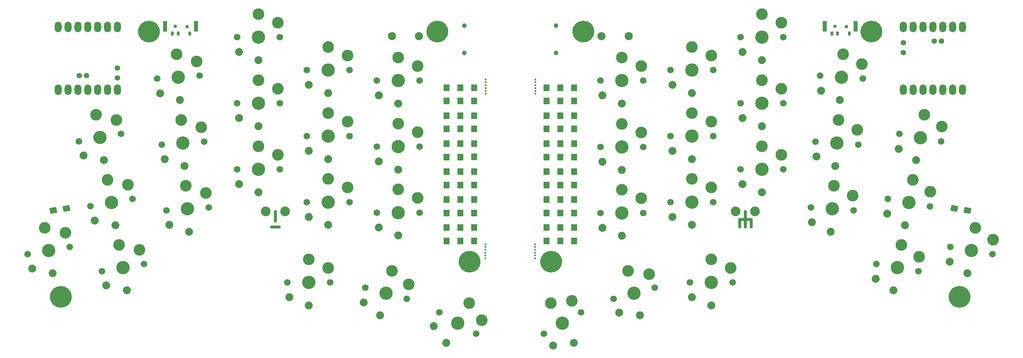
<source format=gts>
G04 #@! TF.GenerationSoftware,KiCad,Pcbnew,(6.0.10)*
G04 #@! TF.CreationDate,2023-03-21T20:34:56-04:00*
G04 #@! TF.ProjectId,totem_0_3,746f7465-6d5f-4305-9f33-2e6b69636164,0.3*
G04 #@! TF.SameCoordinates,Original*
G04 #@! TF.FileFunction,Soldermask,Top*
G04 #@! TF.FilePolarity,Negative*
%FSLAX46Y46*%
G04 Gerber Fmt 4.6, Leading zero omitted, Abs format (unit mm)*
G04 Created by KiCad (PCBNEW (6.0.10)) date 2023-03-21 20:34:56*
%MOMM*%
%LPD*%
G01*
G04 APERTURE LIST*
G04 Aperture macros list*
%AMRotRect*
0 Rectangle, with rotation*
0 The origin of the aperture is its center*
0 $1 length*
0 $2 width*
0 $3 Rotation angle, in degrees counterclockwise*
0 Add horizontal line*
21,1,$1,$2,0,0,$3*%
G04 Aperture macros list end*
%ADD10C,0.750000*%
%ADD11O,1.800000X2.750000*%
%ADD12C,1.397000*%
%ADD13C,1.701800*%
%ADD14C,3.000000*%
%ADD15C,3.429000*%
%ADD16C,2.032000*%
%ADD17R,1.500000X1.800000*%
%ADD18C,0.500000*%
%ADD19C,5.600000*%
%ADD20C,1.200000*%
%ADD21C,2.500000*%
%ADD22C,0.900000*%
%ADD23R,0.700000X1.000000*%
%ADD24R,1.000000X2.800000*%
%ADD25C,2.100000*%
%ADD26RotRect,1.800000X1.500000X170.000000*%
%ADD27RotRect,1.800000X1.500000X10.000000*%
G04 APERTURE END LIST*
D10*
X89500000Y-99000000D02*
X89500000Y-101500000D01*
X88500000Y-103000000D02*
X90500000Y-103000000D01*
X210500000Y-99000000D02*
X210500000Y-103000000D01*
X212000000Y-101000000D02*
X212000000Y-103000000D01*
X209000000Y-101000000D02*
X209000000Y-103000000D01*
X209000000Y-101000000D02*
X212000000Y-101000000D01*
D11*
X33580000Y-67695000D03*
X36120000Y-67695000D03*
X38660000Y-67695000D03*
X41200000Y-67695000D03*
X43740000Y-67695000D03*
X46280000Y-67695000D03*
X48820000Y-67695000D03*
X48820000Y-51505000D03*
X46280000Y-51505000D03*
X43740000Y-51505000D03*
X41200000Y-51505000D03*
X38660000Y-51505000D03*
X36120000Y-51505000D03*
X33580000Y-51505000D03*
D12*
X48800000Y-64600000D03*
X48800000Y-62060000D03*
X40883000Y-64045000D03*
X38978000Y-64045000D03*
X261022000Y-55155000D03*
X259117000Y-55155000D03*
X251160000Y-58140000D03*
X251160000Y-55600000D03*
D11*
X266420000Y-67695000D03*
X263880000Y-67695000D03*
X261340000Y-67695000D03*
X258800000Y-67695000D03*
X256260000Y-67695000D03*
X253720000Y-67695000D03*
X251180000Y-67695000D03*
X251180000Y-51505000D03*
X253720000Y-51505000D03*
X256260000Y-51505000D03*
X258800000Y-51505000D03*
X261340000Y-51505000D03*
X263880000Y-51505000D03*
X266420000Y-51505000D03*
D13*
X44838180Y-114436364D03*
D14*
X49221416Y-107621693D03*
X54527481Y-108920029D03*
D13*
X55671066Y-112526234D03*
D15*
X50254623Y-113481299D03*
D16*
X51279147Y-119291665D03*
X45990447Y-118091809D03*
D17*
X162872435Y-67194348D03*
X162872435Y-70594348D03*
X137127565Y-74393348D03*
X137127565Y-77793348D03*
D15*
X98103165Y-117314348D03*
D14*
X98103165Y-111364348D03*
X103103165Y-113564348D03*
D13*
X103603165Y-117314348D03*
X92603165Y-117314348D03*
D16*
X98103165Y-123214348D03*
X93103165Y-121114348D03*
D13*
X115629205Y-99324989D03*
D14*
X121129205Y-93374989D03*
X126129205Y-95574989D03*
D15*
X121129205Y-99324989D03*
D13*
X126629205Y-99324989D03*
D16*
X121129205Y-105224989D03*
X116129205Y-103124989D03*
D13*
X59044212Y-64830392D03*
D14*
X64115763Y-58511225D03*
D13*
X70017416Y-64063070D03*
D15*
X64530814Y-64446731D03*
D14*
X69257047Y-60357083D03*
D16*
X64942377Y-70332359D03*
X59808068Y-68586257D03*
D18*
X156392565Y-110394348D03*
X156392565Y-109654348D03*
X156392565Y-111134348D03*
X156392565Y-108174348D03*
X156392565Y-108914348D03*
X156392565Y-107434348D03*
D14*
X90129229Y-67418188D03*
X85129229Y-65218188D03*
D13*
X90629229Y-71168188D03*
D15*
X85129229Y-71168188D03*
D13*
X79629229Y-71168188D03*
D16*
X85129229Y-77068188D03*
X80129229Y-74968188D03*
D13*
X173253285Y-99410067D03*
D15*
X178753285Y-99410067D03*
D14*
X178753285Y-93460067D03*
D13*
X184253285Y-99410067D03*
D14*
X183753285Y-95660067D03*
D16*
X178753285Y-105310067D03*
X173753285Y-103210067D03*
D13*
X227430087Y-97987331D03*
D15*
X232916689Y-98370992D03*
D14*
X233331740Y-92435486D03*
D13*
X238403291Y-98754653D03*
D14*
X238166096Y-94978909D03*
D16*
X232505126Y-104256620D03*
X227663794Y-101812953D03*
D19*
X139500000Y-112000000D03*
D20*
X161800000Y-51200000D03*
X161800000Y-58200000D03*
D14*
X30119358Y-103229742D03*
D13*
X36569008Y-108134283D03*
D14*
X35425423Y-104528078D03*
D15*
X31152565Y-109089348D03*
D13*
X25736122Y-110044413D03*
D16*
X32177089Y-114899714D03*
X26888389Y-113699858D03*
D21*
X213000000Y-99000000D03*
D17*
X166422435Y-103194348D03*
X166422435Y-106594348D03*
X159322435Y-81597348D03*
X159322435Y-84997348D03*
D13*
X250136122Y-79059283D03*
D15*
X255552565Y-80014348D03*
D13*
X260969008Y-80969413D03*
D14*
X256585772Y-74154742D03*
X261127784Y-77189560D03*
D16*
X254528041Y-85824714D03*
X249968663Y-82888377D03*
D21*
X92000000Y-99000000D03*
D13*
X123340157Y-121512853D03*
D15*
X118027565Y-120089348D03*
D14*
X123827766Y-117761221D03*
D13*
X112714973Y-118665843D03*
D14*
X119567538Y-114342089D03*
D16*
X116500533Y-125788310D03*
X112214423Y-122465771D03*
D14*
X90129229Y-50417968D03*
D13*
X79629229Y-54167968D03*
X90629229Y-54167968D03*
D14*
X85129229Y-48217968D03*
D15*
X85129229Y-54167968D03*
D16*
X85129229Y-60067968D03*
X80129229Y-57967968D03*
D17*
X162872435Y-88796348D03*
X162872435Y-92196348D03*
D14*
X274277784Y-106264560D03*
D13*
X274119008Y-110044413D03*
X263286122Y-108134283D03*
D15*
X268702565Y-109089348D03*
D14*
X269735772Y-103229742D03*
D16*
X267678041Y-114899714D03*
X263118663Y-111963377D03*
D19*
X34300000Y-121014348D03*
D17*
X166422435Y-67194348D03*
X166422435Y-70594348D03*
D14*
X196753205Y-90654887D03*
D13*
X202253205Y-96604887D03*
D15*
X196753205Y-96604887D03*
D14*
X201753205Y-92854887D03*
D13*
X191253205Y-96604887D03*
D16*
X196753205Y-102504887D03*
X191753205Y-100404887D03*
D17*
X140677565Y-67194348D03*
X140677565Y-70594348D03*
D22*
X66750000Y-51400000D03*
X63750000Y-51350000D03*
D23*
X67500000Y-53200000D03*
X64500000Y-53200000D03*
X63000000Y-53200000D03*
D24*
X69100000Y-51300000D03*
X61150000Y-51300000D03*
D25*
X173500000Y-53850000D03*
X180500000Y-53850000D03*
D19*
X265700000Y-121000000D03*
X243000000Y-52700000D03*
D15*
X181877565Y-120089348D03*
D14*
X185736623Y-115173031D03*
D13*
X187190157Y-118665843D03*
D14*
X180337592Y-114342089D03*
D13*
X176564973Y-121512853D03*
D16*
X183404597Y-125788310D03*
X178031448Y-125053961D03*
D26*
X267674173Y-98795202D03*
X264325827Y-98204798D03*
D15*
X163427203Y-127764348D03*
D13*
X168190343Y-125014348D03*
D14*
X160452203Y-122611497D03*
D13*
X158664063Y-130514348D03*
D14*
X165882330Y-122016753D03*
D16*
X166377203Y-132873898D03*
X160997076Y-133555245D03*
D17*
X162872435Y-81597348D03*
X162872435Y-84997348D03*
D13*
X239589167Y-81795845D03*
D15*
X234102565Y-81412184D03*
D14*
X234517616Y-75476678D03*
X239351972Y-78020101D03*
D13*
X228615963Y-81028523D03*
D16*
X233691002Y-87297812D03*
X228849670Y-84854145D03*
D14*
X183753245Y-61574549D03*
D13*
X173253245Y-65324549D03*
D14*
X178753245Y-59374549D03*
D15*
X178753245Y-65324549D03*
D13*
X184253245Y-65324549D03*
D16*
X178753245Y-71224549D03*
X173753245Y-69124549D03*
D14*
X126129205Y-61574549D03*
X121129205Y-59374549D03*
D15*
X121129205Y-65324549D03*
D13*
X115629205Y-65324549D03*
X126629205Y-65324549D03*
D16*
X121129205Y-71224549D03*
X116129205Y-69124549D03*
D14*
X103129241Y-56654447D03*
X108129241Y-58854447D03*
D13*
X108629241Y-62604447D03*
X97629241Y-62604447D03*
D15*
X103129241Y-62604447D03*
D16*
X103129241Y-68504447D03*
X98129241Y-66404447D03*
D17*
X137127565Y-103194348D03*
X137127565Y-106594348D03*
D22*
X236550000Y-51400000D03*
X233550000Y-51350000D03*
D23*
X237300000Y-53200000D03*
X234300000Y-53200000D03*
X232800000Y-53200000D03*
D24*
X230950000Y-51300000D03*
X238900000Y-51300000D03*
D14*
X70442923Y-77315891D03*
D15*
X65716690Y-81405539D03*
D13*
X60230088Y-81789200D03*
D14*
X65301639Y-75470033D03*
D13*
X71203292Y-81021878D03*
D16*
X66128253Y-87291167D03*
X60993944Y-85545065D03*
D14*
X201753205Y-75854667D03*
D13*
X191253205Y-79604667D03*
X202253205Y-79604667D03*
D15*
X196753205Y-79604667D03*
D14*
X196753205Y-73654667D03*
D16*
X196753205Y-85504667D03*
X191753205Y-83404667D03*
D14*
X108129241Y-75854667D03*
X103129241Y-73654667D03*
D13*
X108629241Y-79604667D03*
X97629241Y-79604667D03*
D15*
X103129241Y-79604667D03*
D16*
X103129241Y-85504667D03*
X98129241Y-83404667D03*
D15*
X252600506Y-96756297D03*
D13*
X247184063Y-95801232D03*
X258016949Y-97711362D03*
D14*
X258175725Y-93931509D03*
X253633713Y-90896691D03*
D16*
X251575982Y-102566663D03*
X247016604Y-99630326D03*
D17*
X137127565Y-88796348D03*
X137127565Y-92196348D03*
X137127565Y-81597348D03*
X137127565Y-84997348D03*
X159322435Y-103194348D03*
X159322435Y-106594348D03*
X162872435Y-103194348D03*
X162872435Y-106594348D03*
X133577565Y-74393348D03*
X133577565Y-77793348D03*
D14*
X66487514Y-92428842D03*
D13*
X61415963Y-98748009D03*
D15*
X66902565Y-98364348D03*
D14*
X71628798Y-94274700D03*
D13*
X72389167Y-97980687D03*
D16*
X67314128Y-104249976D03*
X62179819Y-102503874D03*
D17*
X159322435Y-67194348D03*
X159322435Y-70594348D03*
D14*
X142682692Y-127016753D03*
D13*
X131714425Y-125014348D03*
X141240705Y-130514348D03*
D15*
X136477565Y-127764348D03*
D14*
X139452565Y-122611497D03*
D16*
X133527565Y-132873898D03*
X130247438Y-128555245D03*
D19*
X57000000Y-52700000D03*
D15*
X214753165Y-71168188D03*
D14*
X219753165Y-67418188D03*
X214753165Y-65218188D03*
D13*
X220253165Y-71168188D03*
X209253165Y-71168188D03*
D16*
X214753165Y-77068188D03*
X209753165Y-74968188D03*
D18*
X143597565Y-107434348D03*
X143597565Y-108914348D03*
X143597565Y-110394348D03*
X143597565Y-108174348D03*
X143597565Y-111134348D03*
X143597565Y-109654348D03*
D17*
X162872435Y-95995348D03*
X162872435Y-99395348D03*
D21*
X208000000Y-99000000D03*
D17*
X159322435Y-88796348D03*
X159322435Y-92196348D03*
D15*
X44350509Y-79997401D03*
D14*
X43317302Y-74137795D03*
D13*
X38934066Y-80952466D03*
D14*
X48623367Y-75436131D03*
D13*
X49766952Y-79042336D03*
D16*
X45375033Y-85807767D03*
X40086333Y-84607911D03*
D17*
X166422435Y-95995348D03*
X166422435Y-99395348D03*
X133577565Y-88796348D03*
X133577565Y-92196348D03*
D13*
X209253165Y-54167968D03*
D14*
X214753165Y-48217968D03*
D15*
X214753165Y-54167968D03*
D13*
X220253165Y-54167968D03*
D14*
X219753165Y-50417968D03*
D16*
X214753165Y-60067968D03*
X209753165Y-57967968D03*
D25*
X126500000Y-53850000D03*
X119500000Y-53850000D03*
D15*
X235288440Y-64453375D03*
D13*
X229801838Y-64069714D03*
D14*
X235703491Y-58517869D03*
X240537847Y-61061292D03*
D13*
X240775042Y-64837036D03*
D16*
X234876877Y-70339003D03*
X230035545Y-67895336D03*
D14*
X250681658Y-107638639D03*
D15*
X249648451Y-113498245D03*
D13*
X255064894Y-114453310D03*
X244232008Y-112543180D03*
D14*
X255223670Y-110673457D03*
D16*
X248623927Y-119308611D03*
X244064549Y-116372274D03*
D14*
X206778165Y-113564348D03*
D13*
X207278165Y-117314348D03*
D15*
X201778165Y-117314348D03*
D13*
X196278165Y-117314348D03*
D14*
X201778165Y-111364348D03*
D16*
X201778165Y-123214348D03*
X196778165Y-121114348D03*
D27*
X32325827Y-98795202D03*
X35674173Y-98204798D03*
D17*
X140677565Y-81592348D03*
X140677565Y-84992348D03*
X133577565Y-81597348D03*
X133577565Y-84997348D03*
X159322435Y-95995348D03*
X159322435Y-99395348D03*
D20*
X138200000Y-58200000D03*
X138200000Y-51200000D03*
D15*
X214753165Y-88168408D03*
D13*
X209253165Y-88168408D03*
D14*
X219753165Y-84418408D03*
D13*
X220253165Y-88168408D03*
D14*
X214753165Y-82218408D03*
D16*
X214753165Y-94068408D03*
X209753165Y-91968408D03*
D17*
X140677565Y-95995348D03*
X140677565Y-99395348D03*
D18*
X156422565Y-67254348D03*
X156422565Y-68734348D03*
X156422565Y-67994348D03*
X156422565Y-65034348D03*
X156422565Y-65774348D03*
X156422565Y-66514348D03*
D13*
X97629241Y-96604887D03*
X108629241Y-96604887D03*
D14*
X108129241Y-92854887D03*
D15*
X103129241Y-96604887D03*
D14*
X103129241Y-90654887D03*
D16*
X103129241Y-102504887D03*
X98129241Y-100404887D03*
D17*
X140677565Y-88796348D03*
X140677565Y-92196348D03*
X133577565Y-103194348D03*
X133577565Y-106594348D03*
X137127565Y-67194348D03*
X137127565Y-70594348D03*
X133577565Y-67194348D03*
X133577565Y-70594348D03*
D21*
X87000000Y-99000000D03*
D17*
X137127565Y-95995348D03*
X137127565Y-99395348D03*
X166422435Y-81597348D03*
X166422435Y-84997348D03*
X140677565Y-103194348D03*
X140677565Y-106594348D03*
X159322435Y-74393348D03*
X159322435Y-77793348D03*
D19*
X160500000Y-112000000D03*
D17*
X140677565Y-74393348D03*
X140677565Y-77793348D03*
D14*
X121129205Y-76374769D03*
D13*
X115629205Y-82324769D03*
X126629205Y-82324769D03*
D14*
X126129205Y-78574769D03*
D15*
X121129205Y-82324769D03*
D16*
X121129205Y-88224769D03*
X116129205Y-86124769D03*
D14*
X90129229Y-84418408D03*
X85129229Y-82218408D03*
D13*
X79629229Y-88168408D03*
X90629229Y-88168408D03*
D15*
X85129229Y-88168408D03*
D16*
X85129229Y-94068408D03*
X80129229Y-91968408D03*
D15*
X47302565Y-96739348D03*
D13*
X52719008Y-95784283D03*
D14*
X51575423Y-92178078D03*
D13*
X41886122Y-97694413D03*
D14*
X46269358Y-90879742D03*
D16*
X48327089Y-102549714D03*
X43038389Y-101349858D03*
D19*
X131200000Y-52700000D03*
D17*
X166422435Y-74393348D03*
X166422435Y-77793348D03*
X166422435Y-88796348D03*
X166422435Y-92196348D03*
D14*
X196753205Y-56654447D03*
X201753205Y-58854447D03*
D15*
X196753205Y-62604447D03*
D13*
X191253205Y-62604447D03*
X202253205Y-62604447D03*
D16*
X196753205Y-68504447D03*
X191753205Y-66404447D03*
D14*
X183753285Y-78659847D03*
X178753285Y-76459847D03*
D13*
X173253285Y-82409847D03*
X184253285Y-82409847D03*
D15*
X178753285Y-82409847D03*
D16*
X178753285Y-88309847D03*
X173753285Y-86209847D03*
D17*
X133577565Y-95995348D03*
X133577565Y-99395348D03*
D18*
X143627565Y-68734348D03*
X143627565Y-67254348D03*
X143627565Y-67994348D03*
X143627565Y-65034348D03*
X143627565Y-66514348D03*
X143627565Y-65774348D03*
D19*
X168800000Y-52700000D03*
D17*
X162872435Y-74393348D03*
X162872435Y-77793348D03*
M02*

</source>
